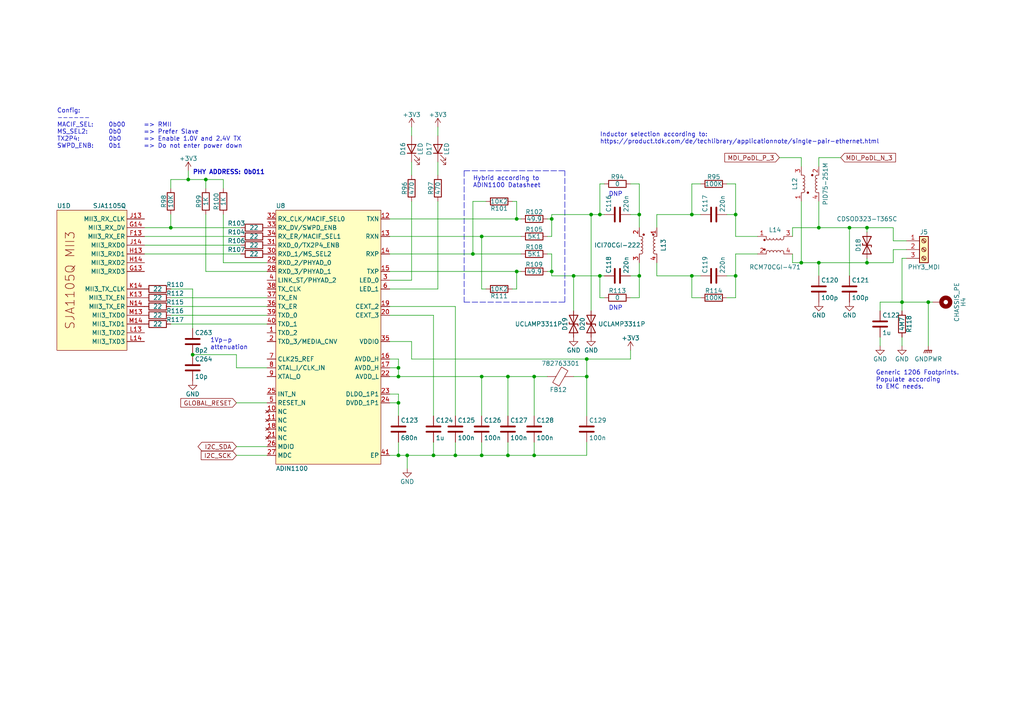
<source format=kicad_sch>
(kicad_sch (version 20211123) (generator eeschema)
  (paper "A4")
  (title_block (title "Open Hardware 10Base-T1L Switch") (date "2023-04-07") (rev "REV A") (company "Peter Heinrich") (comment 1 "Open Hardware License CERN-OHL-P v2") (comment 2 "https://github.com/peterheinrich/Open_10Base-T1L_Switch"))
  (lib_symbols
    (symbol "ADIN1100:ADIN1100"
      (property "Reference" "U" (at 0 1.27 0))
      (property "Value" "ADIN1100" (at 0 -74.93 0))
      (symbol "ADIN1100_1_1"
        (pin input line (at -2.54 -35.56 0) (length 2.54) (name "TXD_2") (number "1"))
        (pin no_connect line (at -2.54 -58.42 0) (length 2.54) (name "NC") (number "10"))
        (pin no_connect line (at -2.54 -60.96 0) (length 2.54) (name "NC") (number "11"))
        (pin bidirectional line (at 33.02 -2.54 180) (length 2.54) (name "TXN") (number "12"))
        (pin bidirectional line (at 33.02 -7.62 180) (length 2.54) (name "RXN") (number "13"))
        (pin bidirectional line (at 33.02 -12.7 180) (length 2.54) (name "RXP") (number "14"))
        (pin bidirectional line (at 33.02 -17.78 180) (length 2.54) (name "TXP") (number "15"))
        (pin power_in line (at 33.02 -43.18 180) (length 2.54) (name "AVDD_H") (number "16"))
        (pin power_in line (at 33.02 -45.72 180) (length 2.54) (name "AVDD_H") (number "17"))
        (pin no_connect line (at -2.54 -63.5 0) (length 2.54) (name "NC") (number "18"))
        (pin input line (at 33.02 -27.94 180) (length 2.54) (name "CEXT_2") (number "19"))
        (pin input line (at -2.54 -38.1 0) (length 2.54) (name "TXD_3/MEDIA_CNV") (number "2"))
        (pin input line (at 33.02 -30.48 180) (length 2.54) (name "CEXT_3") (number "20"))
        (pin no_connect line (at -2.54 -66.04 0) (length 2.54) (name "NC") (number "21"))
        (pin power_in line (at 33.02 -48.26 180) (length 2.54) (name "AVDD_L") (number "22"))
        (pin power_in line (at 33.02 -53.34 180) (length 2.54) (name "DLDO_1P1") (number "23"))
        (pin power_in line (at 33.02 -55.88 180) (length 2.54) (name "DVDD_1P1") (number "24"))
        (pin output line (at -2.54 -53.34 0) (length 2.54) (name "INT_N") (number "25"))
        (pin bidirectional line (at -2.54 -68.58 0) (length 2.54) (name "MDIO") (number "26"))
        (pin input line (at -2.54 -71.12 0) (length 2.54) (name "MDC") (number "27"))
        (pin output line (at -2.54 -17.78 0) (length 2.54) (name "RXD_3/PHYAD_1") (number "28"))
        (pin output line (at -2.54 -15.24 0) (length 2.54) (name "RXD_2/PHYAD_0") (number "29"))
        (pin output line (at 33.02 -20.32 180) (length 2.54) (name "LED_0") (number "3"))
        (pin output line (at -2.54 -12.7 0) (length 2.54) (name "RXD_1/MS_SEL2") (number "30"))
        (pin output line (at -2.54 -10.16 0) (length 2.54) (name "RXD_0/TX2P4_ENB") (number "31"))
        (pin output line (at -2.54 -2.54 0) (length 2.54) (name "RX_CLK/MACIF_SEL0") (number "32"))
        (pin output line (at -2.54 -5.08 0) (length 2.54) (name "RX_DV/SWPD_ENB") (number "33"))
        (pin output line (at -2.54 -7.62 0) (length 2.54) (name "RX_ER/MACIF_SEL1") (number "34"))
        (pin power_in line (at 33.02 -38.1 180) (length 2.54) (name "VDDIO") (number "35"))
        (pin input line (at -2.54 -27.94 0) (length 2.54) (name "TX_ER") (number "36"))
        (pin input line (at -2.54 -25.4 0) (length 2.54) (name "TX_EN") (number "37"))
        (pin output line (at -2.54 -22.86 0) (length 2.54) (name "TX_CLK") (number "38"))
        (pin input line (at -2.54 -30.48 0) (length 2.54) (name "TXD_0") (number "39"))
        (pin output line (at -2.54 -20.32 0) (length 2.54) (name "LINK_ST/PHYAD_2") (number "4"))
        (pin input line (at -2.54 -33.02 0) (length 2.54) (name "TXD_1") (number "40"))
        (pin power_in line (at 33.02 -71.12 180) (length 2.54) (name "EP") (number "41"))
        (pin input line (at -2.54 -55.88 0) (length 2.54) (name "RESET_N") (number "5"))
        (pin output line (at 33.02 -22.86 180) (length 2.54) (name "LED_1") (number "6"))
        (pin output line (at -2.54 -43.18 0) (length 2.54) (name "CLK25_REF") (number "7"))
        (pin input line (at -2.54 -45.72 0) (length 2.54) (name "XTAL_I/CLK_IN") (number "8"))
        (pin output line (at -2.54 -48.26 0) (length 2.54) (name "XTAL_O") (number "9"))
      )
    )
    (symbol "Connector:Screw_Terminal_01x03" (pin_names (offset 1.016) hide)
      (property "Reference" "J" (at 0 5.08 0))
      (property "Value" "Screw_Terminal_01x03" (at 0 -5.08 0))
      (symbol "Screw_Terminal_01x03_1_1"
        (pin passive line (at -5.08 2.54 0) (length 3.81) (name "Pin_1") (number "1"))
        (pin passive line (at -5.08 0 0) (length 3.81) (name "Pin_2") (number "2"))
        (pin passive line (at -5.08 -2.54 0) (length 3.81) (name "Pin_3") (number "3"))
      )
    )
    (symbol "Device:C" (pin_numbers hide) (pin_names (offset 0.254))
      (property "Reference" "C" (at 0.635 2.54 0))
      (property "Value" "C" (at 0.635 -2.54 0))
      (symbol "C_1_1"
        (pin passive line (at 0 3.81 270) (length 2.794) (name "~") (number "1"))
        (pin passive line (at 0 -3.81 90) (length 2.794) (name "~") (number "2"))
      )
    )
    (symbol "Device:D_TVS" (pin_numbers hide) (pin_names (offset 1.016) hide)
      (property "Reference" "D" (at 0 2.54 0))
      (property "Value" "D_TVS" (at 0 -2.54 0))
      (symbol "D_TVS_1_1"
        (pin passive line (at -3.81 0 0) (length 2.54) (name "A1") (number "1"))
        (pin passive line (at 3.81 0 180) (length 2.54) (name "A2") (number "2"))
      )
    )
    (symbol "Device:FerriteBead" (pin_numbers hide) (pin_names (offset 0))
      (property "Reference" "FB" (at -3.81 0.635 90))
      (property "Value" "FerriteBead" (at 3.81 0 90))
      (symbol "FerriteBead_1_1"
        (pin passive line (at 0 3.81 270) (length 2.54) (name "~") (number "1"))
        (pin passive line (at 0 -3.81 90) (length 2.54) (name "~") (number "2"))
      )
    )
    (symbol "Device:LED" (pin_numbers hide) (pin_names (offset 1.016) hide)
      (property "Reference" "D" (at 0 2.54 0))
      (property "Value" "LED" (at 0 -2.54 0))
      (symbol "LED_1_1"
        (pin passive line (at -3.81 0 0) (length 2.54) (name "K") (number "1"))
        (pin passive line (at 3.81 0 180) (length 2.54) (name "A") (number "2"))
      )
    )
    (symbol "Device:L_Coupled_1324" (pin_names (offset 0.254) hide)
      (property "Reference" "L" (at 0 4.445 0))
      (property "Value" "L_Coupled_1324" (at 0 -4.445 0))
      (symbol "L_Coupled_1324_1_1"
        (pin passive line (at -5.08 2.54 0) (length 2.54) (name "1") (number "1"))
        (pin passive line (at -5.08 -2.54 0) (length 2.54) (name "2") (number "2"))
        (pin passive line (at 5.08 2.54 180) (length 2.54) (name "3") (number "3"))
        (pin passive line (at 5.08 -2.54 180) (length 2.54) (name "4") (number "4"))
      )
    )
    (symbol "Device:L_Coupled_1423" (pin_names (offset 0.254) hide)
      (property "Reference" "L" (at 0 4.445 0))
      (property "Value" "L_Coupled_1423" (at 0 -4.445 0))
      (symbol "L_Coupled_1423_1_1"
        (pin passive line (at -5.08 2.54 0) (length 2.54) (name "1") (number "1"))
        (pin passive line (at -5.08 -2.54 0) (length 2.54) (name "2") (number "2"))
        (pin passive line (at 5.08 -2.54 180) (length 2.54) (name "3") (number "3"))
        (pin passive line (at 5.08 2.54 180) (length 2.54) (name "4") (number "4"))
      )
    )
    (symbol "Device:R" (pin_numbers hide) (pin_names (offset 0))
      (property "Reference" "R" (at 2.032 0 90))
      (property "Value" "R" (at 0 0 90))
      (symbol "R_1_1"
        (pin passive line (at 0 3.81 270) (length 1.27) (name "~") (number "1"))
        (pin passive line (at 0 -3.81 90) (length 1.27) (name "~") (number "2"))
      )
    )
    (symbol "L_differential_1324:L_Coupled_1324" (pin_names (offset 0.254) hide)
      (property "Reference" "L?" (at 0 4.445 0))
      (property "Value" "L_Coupled_1324" (at 0 -4.445 0))
      (symbol "L_Coupled_1324_1_1"
        (pin passive line (at -5.08 2.54 0) (length 2.54) (name "1") (number "1"))
        (pin passive line (at 5.08 -2.54 180) (length 2.54) (name "2") (number "2"))
        (pin passive line (at 5.08 2.54 180) (length 2.54) (name "3") (number "3"))
        (pin passive line (at -5.08 -2.54 0) (length 2.54) (name "4") (number "4"))
      )
    )
    (symbol "Mechanical:MountingHole_Pad" (pin_numbers hide) (pin_names (offset 1.016) hide)
      (property "Reference" "H" (at 0 6.35 0))
      (property "Value" "MountingHole_Pad" (at 0 4.445 0))
      (symbol "MountingHole_Pad_1_1"
        (pin input line (at 0 -2.54 90) (length 2.54) (name "1") (number "1"))
      )
    )
    (symbol "SJA1105Q:SJA1105Q"
      (property "Reference" "U" (at 0 1.27 0))
      (property "Value" "SJA1105Q" (at 15.24 1.27 0))
      (symbol "SJA1105Q_1_1"
        (text "SJA1105Q MII0" (at 3.81 -20.32 900) (effects (font (size 2.54 2.54))))
        (pin output line (at 25.4 -30.48 180) (length 5.08) (name "MII0_TXD0") (number "A2"))
        (pin output line (at 25.4 -27.94 180) (length 5.08) (name "MII0_TX_ER") (number "A3"))
        (pin output line (at 25.4 -33.02 180) (length 5.08) (name "MII0_TXD1") (number "B1"))
        (pin output line (at 25.4 -38.1 180) (length 5.08) (name "MII0_TXD3") (number "C1"))
        (pin output line (at 25.4 -35.56 180) (length 5.08) (name "MII0_TXD2") (number "C2"))
        (pin bidirectional line (at 25.4 -22.86 180) (length 5.08) (name "MII0_TX_CLK") (number "D1"))
        (pin output line (at 25.4 -25.4 180) (length 5.08) (name "MII0_TX_EN") (number "D2"))
        (pin input line (at 25.4 -10.16 180) (length 5.08) (name "MII0_RXD0") (number "E1"))
        (pin bidirectional line (at 25.4 -2.54 180) (length 5.08) (name "MII0_RX_CLK") (number "E2"))
        (pin input line (at 25.4 -15.24 180) (length 5.08) (name "MII0_RXD2") (number "F1"))
        (pin input line (at 25.4 -12.7 180) (length 5.08) (name "MII0_RXD1") (number "F2"))
        (pin input line (at 25.4 -5.08 180) (length 5.08) (name "MII0_RX_DV") (number "G1"))
        (pin input line (at 25.4 -17.78 180) (length 5.08) (name "MII0_RXD3") (number "G2"))
        (pin input line (at 25.4 -7.62 180) (length 5.08) (name "MII0_RX_ER") (number "H2"))
      )
      (symbol "SJA1105Q_2_1"
        (text "SJA1105Q MII1" (at 3.81 -20.32 900) (effects (font (size 2.54 2.54))))
        (pin output line (at 25.4 -27.94 180) (length 5.08) (name "MII1_TX_ER") (number "A10"))
        (pin input line (at 25.4 -5.08 180) (length 5.08) (name "MII1_RX_DV") (number "A4"))
        (pin input line (at 25.4 -15.24 180) (length 5.08) (name "MII1_RXD2") (number "A5"))
        (pin input line (at 25.4 -10.16 180) (length 5.08) (name "MII1_RXD0") (number "A6"))
        (pin bidirectional line (at 25.4 -22.86 180) (length 5.08) (name "MII1_TX_CLK") (number "A7"))
        (pin output line (at 25.4 -38.1 180) (length 5.08) (name "MII1_TXD3") (number "A8"))
        (pin output line (at 25.4 -33.02 180) (length 5.08) (name "MII1_TXD1") (number "A9"))
        (pin input line (at 25.4 -7.62 180) (length 5.08) (name "MII1_RX_ER") (number "B3"))
        (pin input line (at 25.4 -17.78 180) (length 5.08) (name "MII1_RXD3") (number "B4"))
        (pin input line (at 25.4 -12.7 180) (length 5.08) (name "MII1_RXD1") (number "B5"))
        (pin bidirectional line (at 25.4 -2.54 180) (length 5.08) (name "MII1_RX_CLK") (number "B6"))
        (pin output line (at 25.4 -25.4 180) (length 5.08) (name "MII1_TX_EN") (number "B7"))
        (pin output line (at 25.4 -35.56 180) (length 5.08) (name "MII1_TXD2") (number "B8"))
        (pin output line (at 25.4 -30.48 180) (length 5.08) (name "MII1_TXD0") (number "B9"))
      )
      (symbol "SJA1105Q_3_1"
        (text "SJA1105Q MII2" (at 3.81 -20.32 900) (effects (font (size 2.54 2.54))))
        (pin input line (at 25.4 -5.08 180) (length 5.08) (name "MII2_RX_DV") (number "A11"))
        (pin input line (at 25.4 -15.24 180) (length 5.08) (name "MII2_RXD2") (number "A12"))
        (pin input line (at 25.4 -10.16 180) (length 5.08) (name "MII2_RXD0") (number "A13"))
        (pin input line (at 25.4 -7.62 180) (length 5.08) (name "MII2_RX_ER") (number "B10"))
        (pin input line (at 25.4 -17.78 180) (length 5.08) (name "MII2_RXD3") (number "B11"))
        (pin input line (at 25.4 -12.7 180) (length 5.08) (name "MII2_RXD1") (number "B12"))
        (pin bidirectional line (at 25.4 -2.54 180) (length 5.08) (name "MII2_RX_CLK") (number "B14"))
        (pin output line (at 25.4 -25.4 180) (length 5.08) (name "MII2_TX_EN") (number "C13"))
        (pin bidirectional line (at 25.4 -22.86 180) (length 5.08) (name "MII2_TX_CLK") (number "C14"))
        (pin output line (at 25.4 -35.56 180) (length 5.08) (name "MII2_TXD2") (number "D13"))
        (pin output line (at 25.4 -38.1 180) (length 5.08) (name "MII2_TXD3") (number "D14"))
        (pin output line (at 25.4 -30.48 180) (length 5.08) (name "MII2_TXD0") (number "E13"))
        (pin output line (at 25.4 -33.02 180) (length 5.08) (name "MII2_TXD1") (number "E14"))
        (pin output line (at 25.4 -27.94 180) (length 5.08) (name "MII2_TX_ER") (number "F14"))
      )
      (symbol "SJA1105Q_4_1"
        (text "SJA1105Q MII3" (at 3.81 -20.32 900) (effects (font (size 2.54 2.54))))
        (pin input line (at 25.4 -7.62 180) (length 5.08) (name "MII3_RX_ER") (number "F13"))
        (pin input line (at 25.4 -17.78 180) (length 5.08) (name "MII3_RXD3") (number "G13"))
        (pin input line (at 25.4 -5.08 180) (length 5.08) (name "MII3_RX_DV") (number "G14"))
        (pin input line (at 25.4 -12.7 180) (length 5.08) (name "MII3_RXD1") (number "H13"))
        (pin input line (at 25.4 -15.24 180) (length 5.08) (name "MII3_RXD2") (number "H14"))
        (pin bidirectional line (at 25.4 -2.54 180) (length 5.08) (name "MII3_RX_CLK") (number "J13"))
        (pin input line (at 25.4 -10.16 180) (length 5.08) (name "MII3_RXD0") (number "J14"))
        (pin output line (at 25.4 -25.4 180) (length 5.08) (name "MII3_TX_EN") (number "K13"))
        (pin bidirectional line (at 25.4 -22.86 180) (length 5.08) (name "MII3_TX_CLK") (number "K14"))
        (pin output line (at 25.4 -35.56 180) (length 5.08) (name "MII3_TXD2") (number "L13"))
        (pin output line (at 25.4 -38.1 180) (length 5.08) (name "MII3_TXD3") (number "L14"))
        (pin output line (at 25.4 -30.48 180) (length 5.08) (name "MII3_TXD0") (number "M13"))
        (pin output line (at 25.4 -33.02 180) (length 5.08) (name "MII3_TXD1") (number "M14"))
        (pin output line (at 25.4 -27.94 180) (length 5.08) (name "MII3_TX_ER") (number "N14"))
      )
      (symbol "SJA1105Q_5_1"
        (text "SJA1105Q MII4" (at 3.81 -20.32 900) (effects (font (size 2.54 2.54))))
        (pin input line (at 25.4 -10.16 180) (length 5.08) (name "MII4_RXD0") (number "N10"))
        (pin input line (at 25.4 -15.24 180) (length 5.08) (name "MII4_RXD2") (number "N11"))
        (pin input line (at 25.4 -5.08 180) (length 5.08) (name "MII4_RX_DV") (number "N12"))
        (pin output line (at 25.4 -33.02 180) (length 5.08) (name "MII4_TXD1") (number "N7"))
        (pin output line (at 25.4 -38.1 180) (length 5.08) (name "MII4_TXD3") (number "N8"))
        (pin bidirectional line (at 25.4 -22.86 180) (length 5.08) (name "MII4_TX_CLK") (number "N9"))
        (pin bidirectional line (at 25.4 -2.54 180) (length 5.08) (name "MII4_RX_CLK") (number "P10"))
        (pin input line (at 25.4 -12.7 180) (length 5.08) (name "MII4_RXD1") (number "P11"))
        (pin input line (at 25.4 -17.78 180) (length 5.08) (name "MII4_RXD3") (number "P12"))
        (pin input line (at 25.4 -7.62 180) (length 5.08) (name "MII4_RX_ER") (number "P13"))
        (pin output line (at 25.4 -27.94 180) (length 5.08) (name "MII4_TX_ER") (number "P6"))
        (pin output line (at 25.4 -30.48 180) (length 5.08) (name "MII4_TXD0") (number "P7"))
        (pin output line (at 25.4 -35.56 180) (length 5.08) (name "MII4_TXD2") (number "P8"))
        (pin output line (at 25.4 -25.4 180) (length 5.08) (name "MII4_TX_EN") (number "P9"))
      )
      (symbol "SJA1105Q_6_1"
        (text "SJA1105Q CLK" (at 15.24 -17.78 900) (effects (font (size 2.54 2.54))))
        (pin output line (at -5.08 -2.54 0) (length 5.08) (name "CLK_OUT") (number "H1"))
        (pin input line (at -5.08 -20.32 0) (length 5.08) (name "OSC_IN") (number "K2"))
        (pin output line (at -5.08 -7.62 0) (length 5.08) (name "OSC_OUT") (number "L1"))
        (pin power_in line (at 33.02 -17.78 180) (length 5.08) (name "i.c.") (number "L4"))
        (pin input line (at 33.02 -2.54 180) (length 5.08) (name "TRST_N") (number "M1"))
        (pin input line (at 33.02 -10.16 180) (length 5.08) (name "TDI") (number "M2"))
        (pin input line (at 33.02 -12.7 180) (length 5.08) (name "TCK") (number "N1"))
        (pin output line (at 33.02 -7.62 180) (length 5.08) (name "TDO") (number "N3"))
        (pin bidirectional line (at -5.08 -33.02 0) (length 5.08) (name "PTP_CLK") (number "N4"))
        (pin input line (at 33.02 -25.4 180) (length 5.08) (name "SDI") (number "N5"))
        (pin input line (at 33.02 -30.48 180) (length 5.08) (name "SS_N") (number "N6"))
        (pin input line (at 33.02 -5.08 180) (length 5.08) (name "TMS") (number "P2"))
        (pin input line (at 33.02 -33.02 180) (length 5.08) (name "RST_N") (number "P3"))
        (pin output line (at 33.02 -27.94 180) (length 5.08) (name "SDO") (number "P4"))
        (pin input line (at 33.02 -22.86 180) (length 5.08) (name "SCK") (number "P5"))
      )
      (symbol "SJA1105Q_7_1"
        (text "SJA1105Q Power" (at 12.7 -48.26 900) (effects (font (size 2.54 2.54))))
        (pin power_in line (at -5.08 -2.54 0) (length 5.08) (name "VSS") (number "A1"))
        (pin power_in line (at 33.02 -88.9 180) (length 5.08) (name "VSS") (number "A14"))
        (pin power_in line (at 33.02 -83.82 180) (length 5.08) (name "VSS") (number "B13"))
        (pin power_in line (at 33.02 -48.26 180) (length 5.08) (name "VDDIO_MII2") (number "D10"))
        (pin power_in line (at 33.02 -50.8 180) (length 5.08) (name "VDDIO_MII2") (number "D11"))
        (pin power_in line (at 33.02 -33.02 180) (length 5.08) (name "VDDIO_MII0") (number "D4"))
        (pin power_in line (at 33.02 -40.64 180) (length 5.08) (name "VDDIO_MII1") (number "D5"))
        (pin power_in line (at 33.02 -7.62 180) (length 5.08) (name "VDD_CORE") (number "D6"))
        (pin power_in line (at 33.02 -43.18 180) (length 5.08) (name "VDDIO_MII1") (number "D7"))
        (pin power_in line (at 33.02 -45.72 180) (length 5.08) (name "VDDIO_MII1") (number "D8"))
        (pin power_in line (at 33.02 -12.7 180) (length 5.08) (name "VDD_CORE") (number "D9"))
        (pin power_in line (at -5.08 -91.44 0) (length 5.08) (name "VSS") (number "E10"))
        (pin power_in line (at 33.02 -53.34 180) (length 5.08) (name "VDDIO_MII2") (number "E11"))
        (pin power_in line (at 33.02 -35.56 180) (length 5.08) (name "VDDIO_MII0") (number "E4"))
        (pin power_in line (at -5.08 -12.7 0) (length 5.08) (name "VSS") (number "E5"))
        (pin power_in line (at -5.08 -27.94 0) (length 5.08) (name "VSS") (number "E6"))
        (pin power_in line (at -5.08 -43.18 0) (length 5.08) (name "VSS") (number "E7"))
        (pin power_in line (at -5.08 -60.96 0) (length 5.08) (name "VSS") (number "E8"))
        (pin power_in line (at -5.08 -76.2 0) (length 5.08) (name "VSS") (number "E9"))
        (pin power_in line (at -5.08 -93.98 0) (length 5.08) (name "VSS") (number "F10"))
        (pin power_in line (at 33.02 -17.78 180) (length 5.08) (name "VDD_CORE") (number "F11"))
        (pin power_in line (at 33.02 -2.54 180) (length 5.08) (name "VDD_CORE") (number "F4"))
        (pin power_in line (at -5.08 -15.24 0) (length 5.08) (name "VSS") (number "F5"))
        (pin power_in line (at -5.08 -30.48 0) (length 5.08) (name "VSS") (number "F6"))
        (pin power_in line (at -5.08 -45.72 0) (length 5.08) (name "VSS") (number "F7"))
        (pin power_in line (at -5.08 -63.5 0) (length 5.08) (name "VSS") (number "F8"))
        (pin power_in line (at -5.08 -78.74 0) (length 5.08) (name "VSS") (number "F9"))
        (pin power_in line (at -5.08 -96.52 0) (length 5.08) (name "VSS") (number "G10"))
        (pin power_in line (at 33.02 -55.88 180) (length 5.08) (name "VDDIO_MII3") (number "G11"))
        (pin power_in line (at 33.02 -38.1 180) (length 5.08) (name "VDDIO_MII0") (number "G4"))
        (pin power_in line (at -5.08 -17.78 0) (length 5.08) (name "VSS") (number "G5"))
        (pin power_in line (at -5.08 -33.02 0) (length 5.08) (name "VSS") (number "G6"))
        (pin power_in line (at -5.08 -48.26 0) (length 5.08) (name "VSS") (number "G7"))
        (pin power_in line (at -5.08 -66.04 0) (length 5.08) (name "VSS") (number "G8"))
        (pin power_in line (at -5.08 -81.28 0) (length 5.08) (name "VSS") (number "G9"))
        (pin power_in line (at 33.02 -76.2 180) (length 5.08) (name "VSS") (number "H10"))
        (pin power_in line (at 33.02 -58.42 180) (length 5.08) (name "VDDIO_MII3") (number "H11"))
        (pin power_in line (at 33.02 -27.94 180) (length 5.08) (name "VDDIO_CLO") (number "H4"))
        (pin power_in line (at -5.08 -20.32 0) (length 5.08) (name "VSS") (number "H5"))
        (pin power_in line (at -5.08 -35.56 0) (length 5.08) (name "VSS") (number "H6"))
        (pin power_in line (at -5.08 -50.8 0) (length 5.08) (name "VSS") (number "H7"))
        (pin power_in line (at -5.08 -68.58 0) (length 5.08) (name "VSS") (number "H8"))
        (pin power_in line (at -5.08 -83.82 0) (length 5.08) (name "VSS") (number "H9"))
        (pin power_in line (at 33.02 -25.4 180) (length 5.08) (name "VDDA_PLL") (number "J1"))
        (pin power_in line (at 33.02 -78.74 180) (length 5.08) (name "VSS") (number "J10"))
        (pin power_in line (at 33.02 -20.32 180) (length 5.08) (name "VDD_CORE") (number "J11"))
        (pin power_in line (at 33.02 -96.52 180) (length 5.08) (name "VSSA_PLL") (number "J2"))
        (pin power_in line (at 33.02 -5.08 180) (length 5.08) (name "VDD_CORE") (number "J4"))
        (pin power_in line (at -5.08 -22.86 0) (length 5.08) (name "VSS") (number "J5"))
        (pin power_in line (at -5.08 -38.1 0) (length 5.08) (name "VSS") (number "J6"))
        (pin power_in line (at -5.08 -53.34 0) (length 5.08) (name "VSS") (number "J7"))
        (pin power_in line (at -5.08 -71.12 0) (length 5.08) (name "VSS") (number "J8"))
        (pin power_in line (at -5.08 -86.36 0) (length 5.08) (name "VSS") (number "J9"))
        (pin power_in line (at 33.02 -22.86 180) (length 5.08) (name "VDDA_OSC") (number "K1"))
        (pin power_in line (at 33.02 -81.28 180) (length 5.08) (name "VSS") (number "K10"))
        (pin power_in line (at 33.02 -60.96 180) (length 5.08) (name "VDDIO_MII3") (number "K11"))
        (pin power_in line (at -5.08 -10.16 0) (length 5.08) (name "VSS") (number "K4"))
        (pin power_in line (at -5.08 -25.4 0) (length 5.08) (name "VSS") (number "K5"))
        (pin power_in line (at -5.08 -40.64 0) (length 5.08) (name "VSS") (number "K6"))
        (pin power_in line (at -5.08 -55.88 0) (length 5.08) (name "VSS") (number "K7"))
        (pin power_in line (at -5.08 -73.66 0) (length 5.08) (name "VSS") (number "K8"))
        (pin power_in line (at -5.08 -88.9 0) (length 5.08) (name "VSS") (number "K9"))
        (pin power_in line (at 33.02 -66.04 180) (length 5.08) (name "VDDIO_MII4") (number "L10"))
        (pin power_in line (at 33.02 -68.58 180) (length 5.08) (name "VDDIO_MII4") (number "L11"))
        (pin power_in line (at 33.02 -93.98 180) (length 5.08) (name "VSSA_OSC") (number "L2"))
        (pin power_in line (at 33.02 -30.48 180) (length 5.08) (name "VDDIO_HOST") (number "L5"))
        (pin power_in line (at 33.02 -10.16 180) (length 5.08) (name "VDD_CORE") (number "L6"))
        (pin power_in line (at -5.08 -58.42 0) (length 5.08) (name "VSS") (number "L7"))
        (pin power_in line (at 33.02 -63.5 180) (length 5.08) (name "VDDIO_MII4") (number "L8"))
        (pin power_in line (at 33.02 -15.24 180) (length 5.08) (name "VDD_CORE") (number "L9"))
        (pin power_in line (at 33.02 -86.36 180) (length 5.08) (name "VSS") (number "N13"))
        (pin power_in line (at -5.08 -7.62 0) (length 5.08) (name "VSS") (number "N2"))
        (pin power_in line (at -5.08 -5.08 0) (length 5.08) (name "VSS") (number "P1"))
        (pin power_in line (at 33.02 -91.44 180) (length 5.08) (name "VSS") (number "P14"))
      )
    )
    (symbol "power:+3V3" (power) (pin_names (offset 0))
      (property "Value" "+3V3" (at 0 3.556 0))
      (symbol "+3V3_1_1"
        (pin power_in line (at 0 0 90) (length 0) hide (name "+3V3") (number "1"))
      )
    )
    (symbol "power:GND" (power) (pin_names (offset 0))
      (property "Value" "GND" (at 0 -3.81 0))
      (symbol "GND_1_1"
        (pin power_in line (at 0 0 270) (length 0) hide (name "GND") (number "1"))
      )
    )
    (symbol "power:GNDPWR" (power) (pin_names (offset 0))
      (property "Value" "GNDPWR" (at 0 -3.302 0))
      (symbol "GNDPWR_1_1"
        (pin power_in line (at 0 0 270) (length 0) hide (name "GNDPWR") (number "1"))
      )
    )
  )
  (junction (at 118.11 132.08))
  (junction (at 185.42 62.23))
  (junction (at 49.53 66.04))
  (junction (at 200.66 80.01))
  (junction (at 149.86 78.74))
  (junction (at 166.37 80.01))
  (junction (at 115.57 106.68))
  (junction (at 237.49 66.04))
  (junction (at 139.7 132.08))
  (junction (at 246.38 66.04))
  (junction (at 237.49 76.2))
  (junction (at 115.57 116.84))
  (junction (at 137.16 73.66))
  (junction (at 251.46 66.04))
  (junction (at 251.46 76.2))
  (junction (at 185.42 80.01))
  (junction (at 139.7 109.22))
  (junction (at 147.32 109.22))
  (junction (at 55.88 102.87))
  (junction (at 139.7 68.58))
  (junction (at 125.73 132.08))
  (junction (at 269.24 87.63))
  (junction (at 54.61 52.07))
  (junction (at 154.94 132.08))
  (junction (at 200.66 62.23))
  (junction (at 149.86 63.5))
  (junction (at 173.99 62.23))
  (junction (at 173.99 80.01))
  (junction (at 170.18 109.22))
  (junction (at 170.18 104.14))
  (junction (at 171.45 62.23))
  (junction (at 261.62 87.63))
  (junction (at 213.36 80.01))
  (junction (at 154.94 109.22))
  (junction (at 147.32 132.08))
  (junction (at 115.57 109.22))
  (junction (at 160.02 78.74))
  (junction (at 115.57 132.08))
  (junction (at 232.41 76.2))
  (junction (at 132.08 132.08))
  (junction (at 59.69 52.07))
  (junction (at 160.02 63.5))
  (junction (at 213.36 62.23))
  (wire (pts (xy 115.57 132.08) (xy 118.11 132.08)))
  (wire (pts (xy 170.18 104.14) (xy 182.88 104.14)))
  (wire (pts (xy 246.38 66.04) (xy 246.38 80.01)))
  (wire (pts (xy 210.82 86.36) (xy 213.36 86.36)))
  (wire (pts (xy 41.91 71.12) (xy 69.85 71.12)))
  (polyline (pts (xy 163.83 87.63) (xy 163.83 49.53)))
  (wire (pts (xy 173.99 62.23) (xy 175.26 62.23)))
  (wire (pts (xy 251.46 76.2) (xy 259.08 76.2)))
  (wire (pts (xy 237.49 66.04) (xy 246.38 66.04)))
  (wire (pts (xy 49.53 86.36) (xy 77.47 86.36)))
  (wire (pts (xy 113.03 73.66) (xy 137.16 73.66)))
  (wire (pts (xy 262.89 72.39) (xy 259.08 72.39)))
  (wire (pts (xy 237.49 76.2) (xy 237.49 80.01)))
  (wire (pts (xy 262.89 69.85) (xy 259.08 69.85)))
  (wire (pts (xy 270.51 87.63) (xy 269.24 87.63)))
  (wire (pts (xy 229.87 76.2) (xy 229.87 73.66)))
  (wire (pts (xy 49.53 83.82) (xy 55.88 83.82)))
  (wire (pts (xy 68.58 106.68) (xy 77.47 106.68)))
  (wire (pts (xy 147.32 132.08) (xy 154.94 132.08)))
  (wire (pts (xy 190.5 80.01) (xy 190.5 76.2)))
  (wire (pts (xy 261.62 87.63) (xy 261.62 74.93)))
  (wire (pts (xy 41.91 66.04) (xy 49.53 66.04)))
  (wire (pts (xy 49.53 91.44) (xy 77.47 91.44)))
  (wire (pts (xy 113.03 106.68) (xy 115.57 106.68)))
  (wire (pts (xy 41.91 68.58) (xy 69.85 68.58)))
  (wire (pts (xy 173.99 86.36) (xy 173.99 80.01)))
  (wire (pts (xy 158.75 68.58) (xy 160.02 68.58)))
  (wire (pts (xy 182.88 80.01) (xy 185.42 80.01)))
  (wire (pts (xy 185.42 53.34) (xy 185.42 62.23)))
  (wire (pts (xy 182.88 62.23) (xy 185.42 62.23)))
  (wire (pts (xy 154.94 109.22) (xy 158.75 109.22)))
  (wire (pts (xy 200.66 62.23) (xy 203.2 62.23)))
  (wire (pts (xy 119.38 58.42) (xy 119.38 81.28)))
  (wire (pts (xy 55.88 102.87) (xy 68.58 102.87)))
  (wire (pts (xy 232.41 58.42) (xy 232.41 76.2)))
  (wire (pts (xy 203.2 86.36) (xy 200.66 86.36)))
  (wire (pts (xy 132.08 128.27) (xy 132.08 132.08)))
  (wire (pts (xy 190.5 80.01) (xy 200.66 80.01)))
  (wire (pts (xy 171.45 62.23) (xy 173.99 62.23)))
  (wire (pts (xy 226.06 45.72) (xy 232.41 45.72)))
  (wire (pts (xy 171.45 62.23) (xy 171.45 90.17)))
  (polyline (pts (xy 134.62 87.63) (xy 163.83 87.63)))
  (wire (pts (xy 113.03 68.58) (xy 139.7 68.58)))
  (wire (pts (xy 125.73 132.08) (xy 125.73 128.27)))
  (wire (pts (xy 139.7 109.22) (xy 115.57 109.22)))
  (wire (pts (xy 170.18 132.08) (xy 170.18 128.27)))
  (wire (pts (xy 113.03 88.9) (xy 132.08 88.9)))
  (wire (pts (xy 149.86 78.74) (xy 151.13 78.74)))
  (wire (pts (xy 149.86 58.42) (xy 149.86 63.5)))
  (wire (pts (xy 175.26 80.01) (xy 173.99 80.01)))
  (wire (pts (xy 160.02 62.23) (xy 160.02 63.5)))
  (wire (pts (xy 68.58 116.84) (xy 77.47 116.84)))
  (wire (pts (xy 185.42 62.23) (xy 185.42 66.04)))
  (wire (pts (xy 115.57 106.68) (xy 115.57 109.22)))
  (wire (pts (xy 41.91 73.66) (xy 69.85 73.66)))
  (wire (pts (xy 190.5 62.23) (xy 200.66 62.23)))
  (wire (pts (xy 154.94 132.08) (xy 154.94 128.27)))
  (wire (pts (xy 119.38 46.99) (xy 119.38 50.8)))
  (wire (pts (xy 185.42 86.36) (xy 185.42 80.01)))
  (wire (pts (xy 213.36 53.34) (xy 213.36 62.23)))
  (wire (pts (xy 259.08 72.39) (xy 259.08 76.2)))
  (wire (pts (xy 237.49 45.72) (xy 243.84 45.72)))
  (wire (pts (xy 229.87 66.04) (xy 229.87 68.58)))
  (wire (pts (xy 213.36 62.23) (xy 213.36 68.58)))
  (wire (pts (xy 213.36 80.01) (xy 210.82 80.01)))
  (wire (pts (xy 125.73 120.65) (xy 125.73 91.44)))
  (wire (pts (xy 237.49 48.26) (xy 237.49 45.72)))
  (wire (pts (xy 125.73 91.44) (xy 113.03 91.44)))
  (wire (pts (xy 139.7 132.08) (xy 147.32 132.08)))
  (wire (pts (xy 147.32 120.65) (xy 147.32 109.22)))
  (wire (pts (xy 59.69 52.07) (xy 59.69 54.61)))
  (wire (pts (xy 127 36.83) (xy 127 39.37)))
  (wire (pts (xy 219.71 68.58) (xy 213.36 68.58)))
  (wire (pts (xy 154.94 132.08) (xy 170.18 132.08)))
  (wire (pts (xy 182.88 104.14) (xy 182.88 101.6)))
  (wire (pts (xy 77.47 76.2) (xy 64.77 76.2)))
  (wire (pts (xy 113.03 132.08) (xy 115.57 132.08)))
  (wire (pts (xy 118.11 132.08) (xy 125.73 132.08)))
  (wire (pts (xy 64.77 76.2) (xy 64.77 62.23)))
  (wire (pts (xy 54.61 52.07) (xy 59.69 52.07)))
  (wire (pts (xy 154.94 109.22) (xy 147.32 109.22)))
  (wire (pts (xy 139.7 68.58) (xy 139.7 83.82)))
  (wire (pts (xy 140.97 83.82) (xy 139.7 83.82)))
  (wire (pts (xy 147.32 109.22) (xy 139.7 109.22)))
  (wire (pts (xy 139.7 68.58) (xy 151.13 68.58)))
  (wire (pts (xy 170.18 109.22) (xy 170.18 120.65)))
  (wire (pts (xy 137.16 73.66) (xy 151.13 73.66)))
  (wire (pts (xy 113.03 99.06) (xy 119.38 99.06)))
  (wire (pts (xy 127 46.99) (xy 127 50.8)))
  (wire (pts (xy 68.58 132.08) (xy 77.47 132.08)))
  (wire (pts (xy 251.46 66.04) (xy 259.08 66.04)))
  (wire (pts (xy 59.69 78.74) (xy 77.47 78.74)))
  (wire (pts (xy 140.97 58.42) (xy 137.16 58.42)))
  (wire (pts (xy 115.57 114.3) (xy 115.57 116.84)))
  (wire (pts (xy 190.5 62.23) (xy 190.5 66.04)))
  (wire (pts (xy 59.69 62.23) (xy 59.69 78.74)))
  (wire (pts (xy 127 83.82) (xy 127 58.42)))
  (wire (pts (xy 237.49 76.2) (xy 251.46 76.2)))
  (wire (pts (xy 269.24 87.63) (xy 269.24 100.33)))
  (wire (pts (xy 229.87 66.04) (xy 237.49 66.04)))
  (wire (pts (xy 182.88 53.34) (xy 185.42 53.34)))
  (wire (pts (xy 119.38 99.06) (xy 119.38 104.14)))
  (wire (pts (xy 261.62 87.63) (xy 261.62 90.17)))
  (wire (pts (xy 170.18 104.14) (xy 170.18 109.22)))
  (wire (pts (xy 158.75 73.66) (xy 160.02 73.66)))
  (wire (pts (xy 119.38 36.83) (xy 119.38 39.37)))
  (wire (pts (xy 59.69 52.07) (xy 64.77 52.07)))
  (wire (pts (xy 49.53 88.9) (xy 77.47 88.9)))
  (wire (pts (xy 200.66 80.01) (xy 203.2 80.01)))
  (wire (pts (xy 213.36 86.36) (xy 213.36 80.01)))
  (wire (pts (xy 139.7 120.65) (xy 139.7 109.22)))
  (wire (pts (xy 113.03 83.82) (xy 127 83.82)))
  (polyline (pts (xy 134.62 49.53) (xy 163.83 49.53)))
  (wire (pts (xy 64.77 52.07) (xy 64.77 54.61)))
  (wire (pts (xy 232.41 76.2) (xy 237.49 76.2)))
  (wire (pts (xy 115.57 128.27) (xy 115.57 132.08)))
  (wire (pts (xy 255.27 97.79) (xy 255.27 100.33)))
  (wire (pts (xy 200.66 53.34) (xy 200.66 62.23)))
  (wire (pts (xy 132.08 88.9) (xy 132.08 120.65)))
  (wire (pts (xy 148.59 83.82) (xy 149.86 83.82)))
  (wire (pts (xy 149.86 78.74) (xy 149.86 83.82)))
  (wire (pts (xy 160.02 80.01) (xy 166.37 80.01)))
  (wire (pts (xy 49.53 52.07) (xy 54.61 52.07)))
  (wire (pts (xy 115.57 116.84) (xy 113.03 116.84)))
  (wire (pts (xy 119.38 104.14) (xy 170.18 104.14)))
  (wire (pts (xy 68.58 129.54) (xy 77.47 129.54)))
  (wire (pts (xy 251.46 74.93) (xy 251.46 76.2)))
  (wire (pts (xy 137.16 58.42) (xy 137.16 73.66)))
  (wire (pts (xy 147.32 132.08) (xy 147.32 128.27)))
  (wire (pts (xy 113.03 104.14) (xy 115.57 104.14)))
  (wire (pts (xy 269.24 87.63) (xy 261.62 87.63)))
  (wire (pts (xy 261.62 97.79) (xy 261.62 100.33)))
  (wire (pts (xy 68.58 102.87) (xy 68.58 106.68)))
  (wire (pts (xy 200.66 86.36) (xy 200.66 80.01)))
  (wire (pts (xy 118.11 132.08) (xy 118.11 135.89)))
  (wire (pts (xy 210.82 53.34) (xy 213.36 53.34)))
  (wire (pts (xy 154.94 120.65) (xy 154.94 109.22)))
  (wire (pts (xy 132.08 132.08) (xy 125.73 132.08)))
  (wire (pts (xy 246.38 66.04) (xy 251.46 66.04)))
  (wire (pts (xy 255.27 87.63) (xy 255.27 90.17)))
  (wire (pts (xy 115.57 116.84) (xy 115.57 120.65)))
  (wire (pts (xy 229.87 76.2) (xy 232.41 76.2)))
  (wire (pts (xy 160.02 62.23) (xy 171.45 62.23)))
  (wire (pts (xy 237.49 58.42) (xy 237.49 66.04)))
  (wire (pts (xy 185.42 80.01) (xy 185.42 76.2)))
  (wire (pts (xy 115.57 104.14) (xy 115.57 106.68)))
  (wire (pts (xy 219.71 73.66) (xy 213.36 73.66)))
  (wire (pts (xy 49.53 66.04) (xy 69.85 66.04)))
  (wire (pts (xy 210.82 62.23) (xy 213.36 62.23)))
  (wire (pts (xy 113.03 78.74) (xy 149.86 78.74)))
  (wire (pts (xy 113.03 63.5) (xy 149.86 63.5)))
  (wire (pts (xy 261.62 74.93) (xy 262.89 74.93)))
  (wire (pts (xy 175.26 53.34) (xy 173.99 53.34)))
  (wire (pts (xy 173.99 53.34) (xy 173.99 62.23)))
  (wire (pts (xy 54.61 49.53) (xy 54.61 52.07)))
  (wire (pts (xy 160.02 80.01) (xy 160.02 78.74)))
  (wire (pts (xy 251.46 66.04) (xy 251.46 67.31)))
  (wire (pts (xy 203.2 53.34) (xy 200.66 53.34)))
  (wire (pts (xy 261.62 87.63) (xy 255.27 87.63)))
  (wire (pts (xy 232.41 45.72) (xy 232.41 48.26)))
  (wire (pts (xy 119.38 81.28) (xy 113.03 81.28)))
  (wire (pts (xy 55.88 83.82) (xy 55.88 95.25)))
  (wire (pts (xy 173.99 80.01) (xy 166.37 80.01)))
  (wire (pts (xy 166.37 80.01) (xy 166.37 90.17)))
  (wire (pts (xy 175.26 86.36) (xy 173.99 86.36)))
  (wire (pts (xy 148.59 58.42) (xy 149.86 58.42)))
  (wire (pts (xy 170.18 109.22) (xy 166.37 109.22)))
  (wire (pts (xy 132.08 132.08) (xy 139.7 132.08)))
  (wire (pts (xy 160.02 78.74) (xy 160.02 73.66)))
  (wire (pts (xy 158.75 78.74) (xy 160.02 78.74)))
  (wire (pts (xy 259.08 69.85) (xy 259.08 66.04)))
  (wire (pts (xy 49.53 93.98) (xy 77.47 93.98)))
  (wire (pts (xy 213.36 73.66) (xy 213.36 80.01)))
  (wire (pts (xy 49.53 54.61) (xy 49.53 52.07)))
  (wire (pts (xy 49.53 62.23) (xy 49.53 66.04)))
  (wire (pts (xy 113.03 114.3) (xy 115.57 114.3)))
  (wire (pts (xy 115.57 109.22) (xy 113.03 109.22)))
  (wire (pts (xy 160.02 63.5) (xy 160.02 68.58)))
  (polyline (pts (xy 134.62 49.53) (xy 134.62 87.63)))
  (wire (pts (xy 182.88 86.36) (xy 185.42 86.36)))
  (wire (pts (xy 149.86 63.5) (xy 151.13 63.5)))
  (wire (pts (xy 139.7 132.08) (xy 139.7 128.27)))
  (wire (pts (xy 158.75 63.5) (xy 160.02 63.5)))
  (text "Hybrid according to\nADIN1100 Datasheet" (at 137.16 54.61 0) (effects (font (size 1.27 1.27)) (justify left bottom)))
  (text "DNP" (at 176.53 57.15 0) (effects (font (size 1.27 1.27)) (justify left bottom)))
  (text "Config:\n------\nMACIF_SEL: 	0b00 	=> RMII\nMS_SEL2: 	0b0 	=> Prefer Slave\nTX2P4: 		0b0 	=> Enable 1.0V and 2.4V TX\nSWPD_ENB: 	0b1 	=> Do not enter power down" (at 16.51 43.18 0) (effects (font (size 1.27 1.27)) (justify left bottom)))
  (text "Generic 1206 Footprints.\nPopulate according \nto EMC needs." (at 254 113.03 0) (effects (font (size 1.27 1.27)) (justify left bottom)))
  (text "1Vp-p\nattenuation" (at 60.96 101.6 0) (effects (font (size 1.27 1.27)) (justify left bottom)))
  (text "Inductor selection according to:\nhttps://product.tdk.com/de/techlibrary/applicationnote/single-pair-ethernet.html" (at 173.99 41.91 0) (effects (font (size 1.27 1.27)) (justify left bottom)))
  (text "DNP" (at 176.53 90.17 0) (effects (font (size 1.27 1.27)) (justify left bottom)))
  (text "PHY ADDRESS: 0b011" (at 55.88 50.8 0) (effects (font (size 1.27 1.27) bold) (justify left bottom)))
  (global_label "GLOBAL_RESET" (shape input) (at 68.58 116.84 180) (property "Intersheet References" "${INTERSHEET_REFS}" (effects hide)))
  (global_label "I2C_SCK" (shape input) (at 68.58 132.08 180) (property "Intersheet References" "${INTERSHEET_REFS}" (effects hide)))
  (global_label "I2C_SDA" (shape bidirectional) (at 68.58 129.54 180) (property "Intersheet References" "${INTERSHEET_REFS}" (effects hide)))
  (global_label "MDI_PoDL_N_3" (shape input) (at 243.84 45.72 0) (property "Intersheet References" "${INTERSHEET_REFS}" (effects hide)))
  (global_label "MDI_PoDL_P_3" (shape input) (at 226.06 45.72 180) (property "Intersheet References" "${INTERSHEET_REFS}" (effects hide)))
  (symbol (lib_id "Device:C") (at 170.18 124.46 0) (unit 1)
    (property "Reference" "C129" (at 170.815 121.92 0) (effects (justify left)))
    (property "Value" "100n" (at 170.815 127 0) (effects (justify left)))
    (property "Footprint" "Capacitor_SMD:C_0603_1608Metric" (effects hide))
  )
  (symbol (lib_id "Device:R") (at 64.77 58.42 180) (unit 1)
    (property "Reference" "R100" (at 62.738 58.42 90))
    (property "Value" "1K" (at 64.77 58.42 90))
    (property "Footprint" "Resistor_SMD:R_0603_1608Metric" (effects hide))
  )
  (symbol (lib_id "power:GND") (at 255.27 100.33 0) (unit 1)
    (property "Reference" "#PWR0127" (effects hide))
    (property "Value" "GND" (at 255.27 104.14 0))
  )
  (symbol (lib_id "Device:R") (at 207.01 53.34 90) (unit 1)
    (property "Reference" "R95" (at 207.01 51.308 90))
    (property "Value" "100K" (at 207.01 53.34 90))
    (property "Footprint" "Resistor_SMD:R_0805_2012Metric" (effects hide))
  )
  (symbol (lib_id "Device:L_Coupled_1324") (at 224.79 71.12 0) (unit 1)
    (property "Reference" "L14" (at 224.79 66.675 0))
    (property "Value" "RCM70CGI-471" (at 224.79 77.47 0))
    (property "Footprint" "ICI70CGI:ICI70CGI" (effects hide))
    (property "Datasheet" "https://product.tdk.com/system/files/dam/doc/product/transformer/transformer/lan/data_sheet/30/ds/lan_mod/rcm70cgi.pdf" (effects hide))
  )
  (symbol (lib_id "Device:C") (at 179.07 62.23 90) (unit 1)
    (property "Reference" "C116" (at 176.53 61.595 0) (effects (justify left)))
    (property "Value" "220n" (at 181.61 61.595 0) (effects (justify left)))
    (property "Footprint" "Capacitor_SMD:C_0805_2012Metric" (effects hide))
  )
  (symbol (lib_id "Device:C") (at 132.08 124.46 0) (unit 1)
    (property "Reference" "C125" (at 132.715 121.92 0) (effects (justify left)))
    (property "Value" "100n" (at 132.715 127 0) (effects (justify left)))
    (property "Footprint" "Capacitor_SMD:C_0603_1608Metric" (effects hide))
  )
  (symbol (lib_id "Device:R") (at 73.66 68.58 90) (unit 1)
    (property "Reference" "R104" (at 68.58 67.31 90))
    (property "Value" "22" (at 73.66 68.58 90))
    (property "Footprint" "Resistor_SMD:R_0603_1608Metric" (effects hide))
  )
  (symbol (lib_id "power:GNDPWR") (at 269.24 100.33 0) (unit 1)
    (property "Reference" "#PWR0129" (effects hide))
    (property "Value" "GNDPWR" (at 269.24 104.14 0))
  )
  (symbol (lib_id "Device:R") (at 261.62 93.98 0) (unit 1)
    (property "Reference" "R118" (at 263.652 93.98 90))
    (property "Value" "4M7" (at 261.62 93.98 90))
    (property "Footprint" "Resistor_SMD:R_1206_3216Metric" (effects hide))
  )
  (symbol (lib_id "Device:LED") (at 127 43.18 90) (unit 1)
    (property "Reference" "D17" (at 124.46 43.18 0))
    (property "Value" "LED" (at 129.54 43.18 0))
    (property "Footprint" "LED_SMD:LED_0603_1608Metric" (effects hide))
  )
  (symbol (lib_id "power:GND") (at 118.11 135.89 0) (unit 1)
    (property "Reference" "#PWR0131" (effects hide))
    (property "Value" "GND" (at 118.11 139.7 0))
  )
  (symbol (lib_id "Device:R") (at 119.38 54.61 180) (unit 1)
    (property "Reference" "R96" (at 117.348 54.61 90))
    (property "Value" "470" (at 119.38 54.61 90))
    (property "Footprint" "Resistor_SMD:R_0603_1608Metric" (effects hide))
  )
  (symbol (lib_id "Device:C") (at 115.57 124.46 0) (unit 1)
    (property "Reference" "C123" (at 116.205 121.92 0) (effects (justify left)))
    (property "Value" "680n" (at 116.205 127 0) (effects (justify left)))
    (property "Footprint" "Capacitor_SMD:C_0603_1608Metric" (effects hide))
  )
  (symbol (lib_id "Device:R") (at 154.94 68.58 90) (unit 1)
    (property "Reference" "R105" (at 154.94 66.548 90))
    (property "Value" "5K1" (at 154.94 68.58 90))
    (property "Footprint" "Resistor_SMD:R_0603_1608Metric" (effects hide))
  )
  (symbol (lib_id "Device:R") (at 179.07 86.36 90) (unit 1)
    (property "Reference" "R113" (at 179.07 84.328 90))
    (property "Value" "0" (at 179.07 86.36 90))
    (property "Footprint" "Resistor_SMD:R_0805_2012Metric" (effects hide))
  )
  (symbol (lib_id "Device:R") (at 73.66 73.66 90) (unit 1)
    (property "Reference" "R107" (at 68.58 72.39 90))
    (property "Value" "22" (at 73.66 73.66 90))
    (property "Footprint" "Resistor_SMD:R_0603_1608Metric" (effects hide))
  )
  (symbol (lib_id "power:GND") (at 55.88 110.49 0) (unit 1)
    (property "Reference" "#PWR0251" (effects hide))
    (property "Value" "GND" (at 55.88 114.3 0))
  )
  (symbol (lib_id "Device:C") (at 255.27 93.98 0) (unit 1)
    (property "Reference" "C122" (at 255.905 91.44 0) (effects (justify left)))
    (property "Value" "1u" (at 255.905 96.52 0) (effects (justify left)))
    (property "Footprint" "Capacitor_SMD:C_1206_3216Metric" (effects hide))
  )
  (symbol (lib_id "Device:R") (at 45.72 83.82 90) (unit 1)
    (property "Reference" "R110" (at 50.8 82.55 90))
    (property "Value" "22" (at 45.72 83.82 90))
    (property "Footprint" "Resistor_SMD:R_0603_1608Metric" (effects hide))
  )
  (symbol (lib_id "Device:R") (at 144.78 58.42 270) (unit 1)
    (property "Reference" "R101" (at 144.78 60.452 90))
    (property "Value" "10K2" (at 144.78 58.42 90))
    (property "Footprint" "Resistor_SMD:R_0603_1608Metric" (effects hide))
  )
  (symbol (lib_id "power:+3V3") (at 54.61 49.53 0) (unit 1)
    (property "Reference" "#PWR0122" (effects hide))
    (property "Value" "+3V3" (at 54.61 45.974 0))
  )
  (symbol (lib_id "Device:D_TVS") (at 251.46 71.12 90) (unit 1)
    (property "Reference" "D18" (at 248.92 71.12 0))
    (property "Value" "CDSOD323-T36SC" (at 251.46 63.5 90))
    (property "Footprint" "Diode_SMD:D_SOD-323" (effects hide))
  )
  (symbol (lib_id "Device:R") (at 144.78 83.82 270) (unit 1)
    (property "Reference" "R111" (at 144.78 85.852 90))
    (property "Value" "10K2" (at 144.78 83.82 90))
    (property "Footprint" "Resistor_SMD:R_0603_1608Metric" (effects hide))
  )
  (symbol (lib_id "Device:R") (at 73.66 66.04 90) (unit 1)
    (property "Reference" "R103" (at 68.58 64.77 90))
    (property "Value" "22" (at 73.66 66.04 90))
    (property "Footprint" "Resistor_SMD:R_0603_1608Metric" (effects hide))
  )
  (symbol (lib_id "Device:C") (at 237.49 83.82 0) (unit 1)
    (property "Reference" "C120" (at 238.125 81.28 0) (effects (justify left)))
    (property "Value" "100p" (at 238.125 86.36 0) (effects (justify left)))
    (property "Footprint" "Capacitor_SMD:C_0805_2012Metric" (effects hide))
  )
  (symbol (lib_id "Device:C") (at 246.38 83.82 0) (unit 1)
    (property "Reference" "C121" (at 247.015 81.28 0) (effects (justify left)))
    (property "Value" "100p" (at 247.015 86.36 0) (effects (justify left)))
    (property "Footprint" "Capacitor_SMD:C_0805_2012Metric" (effects hide))
  )
  (symbol (lib_id "Device:R") (at 127 54.61 180) (unit 1)
    (property "Reference" "R97" (at 124.968 54.61 90))
    (property "Value" "470" (at 127 54.61 90))
    (property "Footprint" "Resistor_SMD:R_0603_1608Metric" (effects hide))
  )
  (symbol (lib_id "Connector:Screw_Terminal_01x03") (at 267.97 72.39 0) (unit 1)
    (property "Reference" "J5" (at 267.97 67.31 0))
    (property "Value" "PHY3_MDI" (at 267.97 77.47 0))
    (property "Footprint" "TerminalBlock_RND:TerminalBlock_RND_205-00288_1x03_P5.08mm_Horizontal" (effects hide))
  )
  (symbol (lib_id "power:GND") (at 261.62 100.33 0) (unit 1)
    (property "Reference" "#PWR0128" (effects hide))
    (property "Value" "GND" (at 261.62 104.14 0))
  )
  (symbol (lib_id "ADIN1100:ADIN1100") (at 80.01 60.96 0) (unit 1)
    (property "Reference" "U8" (at 80.01 59.69 0) (effects (justify left)))
    (property "Value" "ADIN1100" (at 80.01 135.89 0) (effects (justify left)))
    (property "Footprint" "ADIN1100:LFCSP-40_EP_TheramVias" (effects hide))
    (property "Datasheet" "https://www.analog.com/media/en/technical-documentation/data-sheets/adin1100.pdf" (effects hide))
  )
  (symbol (lib_id "Device:D_TVS") (at 171.45 93.98 90) (unit 1)
    (property "Reference" "D20" (at 168.91 93.98 0))
    (property "Value" "UCLAMP3311P" (at 180.34 93.98 90))
    (property "Footprint" "UCLAMP3311P:SLP1006P2" (effects hide))
  )
  (symbol (lib_id "Device:L_Coupled_1423") (at 187.96 71.12 270) (unit 1)
    (property "Reference" "L13" (at 192.405 71.12 0))
    (property "Value" "ICI70CGI-222" (at 179.07 71.12 90))
    (property "Footprint" "ICI70CGI:ICI70CGI" (effects hide))
    (property "Datasheet" "https://product.tdk.com/system/files/dam/doc/product/transformer/transformer/lan/data_sheet/30/ds/lan_mod/ici70cgi.pdf" (effects hide))
  )
  (symbol (lib_id "Device:C") (at 154.94 124.46 0) (unit 1)
    (property "Reference" "C128" (at 155.575 121.92 0) (effects (justify left)))
    (property "Value" "100n" (at 155.575 127 0) (effects (justify left)))
    (property "Footprint" "Capacitor_SMD:C_0603_1608Metric" (effects hide))
  )
  (symbol (lib_id "power:+3V3") (at 182.88 101.6 0) (unit 1)
    (property "Reference" "#PWR0130" (effects hide))
    (property "Value" "+3V3" (at 182.88 98.044 0))
  )
  (symbol (lib_id "Device:R") (at 154.94 73.66 90) (unit 1)
    (property "Reference" "R108" (at 154.94 71.628 90))
    (property "Value" "5K1" (at 154.94 73.66 90))
    (property "Footprint" "Resistor_SMD:R_0603_1608Metric" (effects hide))
  )
  (symbol (lib_id "power:GND") (at 246.38 87.63 0) (unit 1)
    (property "Reference" "#PWR0126" (effects hide))
    (property "Value" "GND" (at 246.38 91.44 0))
  )
  (symbol (lib_id "power:GND") (at 237.49 87.63 0) (unit 1)
    (property "Reference" "#PWR0125" (effects hide))
    (property "Value" "GND" (at 237.49 91.44 0))
  )
  (symbol (lib_id "Device:LED") (at 119.38 43.18 90) (unit 1)
    (property "Reference" "D16" (at 116.84 43.18 0))
    (property "Value" "LED" (at 121.92 43.18 0))
    (property "Footprint" "LED_SMD:LED_0603_1608Metric" (effects hide))
  )
  (symbol (lib_id "Device:R") (at 154.94 78.74 90) (unit 1)
    (property "Reference" "R109" (at 154.94 76.708 90))
    (property "Value" "49.9" (at 154.94 78.74 90))
    (property "Footprint" "Resistor_SMD:R_0603_1608Metric" (effects hide))
  )
  (symbol (lib_id "Device:C") (at 139.7 124.46 0) (unit 1)
    (property "Reference" "C126" (at 140.335 121.92 0) (effects (justify left)))
    (property "Value" "100n" (at 140.335 127 0) (effects (justify left)))
    (property "Footprint" "Capacitor_SMD:C_0603_1608Metric" (effects hide))
  )
  (symbol (lib_id "Device:R") (at 179.07 53.34 90) (unit 1)
    (property "Reference" "R94" (at 179.07 51.308 90))
    (property "Value" "0" (at 179.07 53.34 90))
    (property "Footprint" "Resistor_SMD:R_0805_2012Metric" (effects hide))
  )
  (symbol (lib_id "power:+3V3") (at 127 36.83 0) (unit 1)
    (property "Reference" "#PWR0121" (effects hide))
    (property "Value" "+3V3" (at 127 33.274 0))
  )
  (symbol (lib_id "Device:R") (at 45.72 88.9 90) (unit 1)
    (property "Reference" "R115" (at 50.8 87.63 90))
    (property "Value" "22" (at 45.72 88.9 90))
    (property "Footprint" "Resistor_SMD:R_0603_1608Metric" (effects hide))
  )
  (symbol (lib_id "power:GND") (at 171.45 97.79 0) (unit 1)
    (property "Reference" "#PWR0124" (effects hide))
    (property "Value" "GND" (at 171.45 101.6 0))
  )
  (symbol (lib_id "Device:R") (at 59.69 58.42 180) (unit 1)
    (property "Reference" "R99" (at 57.658 58.42 90))
    (property "Value" "1K" (at 59.69 58.42 90))
    (property "Footprint" "Resistor_SMD:R_0603_1608Metric" (effects hide))
  )
  (symbol (lib_id "Device:C") (at 55.88 99.06 0) (unit 1)
    (property "Reference" "C263" (at 56.515 96.52 0) (effects (justify left)))
    (property "Value" "8p2" (at 56.515 101.6 0) (effects (justify left)))
    (property "Footprint" "Capacitor_SMD:C_0603_1608Metric" (effects hide))
  )
  (symbol (lib_id "Device:D_TVS") (at 166.37 93.98 90) (unit 1)
    (property "Reference" "D19" (at 163.83 93.98 0))
    (property "Value" "UCLAMP3311P" (at 156.21 93.98 90))
    (property "Footprint" "UCLAMP3311P:SLP1006P2" (effects hide))
  )
  (symbol (lib_id "power:+3V3") (at 119.38 36.83 0) (unit 1)
    (property "Reference" "#PWR0120" (effects hide))
    (property "Value" "+3V3" (at 119.38 33.274 0))
  )
  (symbol (lib_id "power:GND") (at 166.37 97.79 0) (unit 1)
    (property "Reference" "#PWR0123" (effects hide))
    (property "Value" "GND" (at 166.37 101.6 0))
  )
  (symbol (lib_id "Device:R") (at 45.72 91.44 90) (unit 1)
    (property "Reference" "R116" (at 50.8 90.17 90))
    (property "Value" "22" (at 45.72 91.44 90))
    (property "Footprint" "Resistor_SMD:R_0603_1608Metric" (effects hide))
  )
  (symbol (lib_id "SJA1105Q:SJA1105Q") (at 16.51 60.96 0) (unit 4)
    (property "Reference" "U1" (at 16.51 59.69 0) (effects (justify left)))
    (property "Value" "SJA1105Q" (at 31.75 59.69 0))
    (property "Footprint" "SJA1105Q:LFBGA_12x12mm_P0.8mm" (effects hide))
    (property "Datasheet" "https://www.nxp.com/docs/en/data-sheet/SJA1105PQRS.pdf" (effects hide))
  )
  (symbol (lib_id "Mechanical:MountingHole_Pad") (at 273.05 87.63 270) (unit 1)
    (property "Reference" "H4" (at 279.4 87.63 0))
    (property "Value" "CHASSIS_PE" (at 277.495 87.63 0))
    (property "Footprint" "MountingHole:MountingHole_3.2mm_M3_Pad_Via" (effects hide))
  )
  (symbol (lib_id "Device:C") (at 125.73 124.46 0) (unit 1)
    (property "Reference" "C124" (at 126.365 121.92 0) (effects (justify left)))
    (property "Value" "1u" (at 126.365 127 0) (effects (justify left)))
    (property "Footprint" "Capacitor_SMD:C_0603_1608Metric" (effects hide))
  )
  (symbol (lib_id "Device:R") (at 154.94 63.5 90) (unit 1)
    (property "Reference" "R102" (at 154.94 61.468 90))
    (property "Value" "49.9" (at 154.94 63.5 90))
    (property "Footprint" "Resistor_SMD:R_0603_1608Metric" (effects hide))
  )
  (symbol (lib_id "Device:R") (at 49.53 58.42 180) (unit 1)
    (property "Reference" "R98" (at 47.498 58.42 90))
    (property "Value" "10K" (at 49.53 58.42 90))
    (property "Footprint" "Resistor_SMD:R_0603_1608Metric" (effects hide))
  )
  (symbol (lib_id "L_differential_1324:L_Coupled_1324") (at 234.95 53.34 90) (unit 1)
    (property "Reference" "L12" (at 230.505 53.34 0))
    (property "Value" "PID75-251M" (at 239.395 53.34 0))
    (property "Footprint" "PID75:PID75-251M" (effects hide))
    (property "Datasheet" "https://product.tdk.com/system/files/dam/doc/product/inductor/inductor/smd/data_sheet/30/db/ind_2008/pidx251m.pdf" (effects hide))
  )
  (symbol (lib_id "Device:C") (at 55.88 106.68 0) (unit 1)
    (property "Reference" "C264" (at 56.515 104.14 0) (effects (justify left)))
    (property "Value" "10p" (at 56.515 109.22 0) (effects (justify left)))
    (property "Footprint" "Capacitor_SMD:C_0603_1608Metric" (effects hide))
  )
  (symbol (lib_id "Device:FerriteBead") (at 162.56 109.22 90) (unit 1)
    (property "Reference" "FB12" (at 161.925 113.03 90))
    (property "Value" "782763301" (at 162.56 105.41 90))
    (property "Footprint" "Inductor_SMD:L_1206_3216Metric" (effects hide))
  )
  (symbol (lib_id "Device:C") (at 207.01 62.23 90) (unit 1)
    (property "Reference" "C117" (at 204.47 61.595 0) (effects (justify left)))
    (property "Value" "220n" (at 209.55 61.595 0) (effects (justify left)))
    (property "Footprint" "Capacitor_SMD:C_0805_2012Metric" (effects hide))
  )
  (symbol (lib_id "Device:C") (at 179.07 80.01 90) (unit 1)
    (property "Reference" "C118" (at 176.53 79.375 0) (effects (justify left)))
    (property "Value" "220n" (at 181.61 79.375 0) (effects (justify left)))
    (property "Footprint" "Capacitor_SMD:C_0805_2012Metric" (effects hide))
  )
  (symbol (lib_id "Device:R") (at 73.66 71.12 90) (unit 1)
    (property "Reference" "R106" (at 68.58 69.85 90))
    (property "Value" "22" (at 73.66 71.12 90))
    (property "Footprint" "Resistor_SMD:R_0603_1608Metric" (effects hide))
  )
  (symbol (lib_id "Device:C") (at 147.32 124.46 0) (unit 1)
    (property "Reference" "C127" (at 147.955 121.92 0) (effects (justify left)))
    (property "Value" "100n" (at 147.955 127 0) (effects (justify left)))
    (property "Footprint" "Capacitor_SMD:C_0603_1608Metric" (effects hide))
  )
  (symbol (lib_id "Device:R") (at 45.72 86.36 90) (unit 1)
    (property "Reference" "R112" (at 50.8 85.09 90))
    (property "Value" "22" (at 45.72 86.36 90))
    (property "Footprint" "Resistor_SMD:R_0603_1608Metric" (effects hide))
  )
  (symbol (lib_id "Device:R") (at 45.72 93.98 90) (unit 1)
    (property "Reference" "R117" (at 50.8 92.71 90))
    (property "Value" "22" (at 45.72 93.98 90))
    (property "Footprint" "Resistor_SMD:R_0603_1608Metric" (effects hide))
  )
  (symbol (lib_id "Device:R") (at 207.01 86.36 90) (unit 1)
    (property "Reference" "R114" (at 207.01 84.328 90))
    (property "Value" "100K" (at 207.01 86.36 90))
    (property "Footprint" "Resistor_SMD:R_0805_2012Metric" (effects hide))
  )
  (symbol (lib_id "Device:C") (at 207.01 80.01 90) (unit 1)
    (property "Reference" "C119" (at 204.47 79.375 0) (effects (justify left)))
    (property "Value" "220n" (at 209.55 79.375 0) (effects (justify left)))
    (property "Footprint" "Capacitor_SMD:C_0805_2012Metric" (effects hide))
  )
)
</source>
